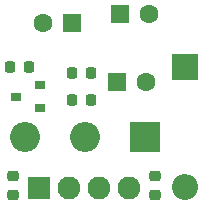
<source format=gts>
%TF.GenerationSoftware,KiCad,Pcbnew,(5.99.0-7340-g1a9878d6d3)*%
%TF.CreationDate,2020-12-04T16:26:35+02:00*%
%TF.ProjectId,borraja,626f7272-616a-4612-9e6b-696361645f70,rev?*%
%TF.SameCoordinates,Original*%
%TF.FileFunction,Soldermask,Top*%
%TF.FilePolarity,Negative*%
%FSLAX46Y46*%
G04 Gerber Fmt 4.6, Leading zero omitted, Abs format (unit mm)*
G04 Created by KiCad (PCBNEW (5.99.0-7340-g1a9878d6d3)) date 2020-12-04 16:26:35*
%MOMM*%
%LPD*%
G01*
G04 APERTURE LIST*
G04 Aperture macros list*
%AMRoundRect*
0 Rectangle with rounded corners*
0 $1 Rounding radius*
0 $2 $3 $4 $5 $6 $7 $8 $9 X,Y pos of 4 corners*
0 Add a 4 corners polygon primitive as box body*
4,1,4,$2,$3,$4,$5,$6,$7,$8,$9,$2,$3,0*
0 Add four circle primitives for the rounded corners*
1,1,$1+$1,$2,$3,0*
1,1,$1+$1,$4,$5,0*
1,1,$1+$1,$6,$7,0*
1,1,$1+$1,$8,$9,0*
0 Add four rect primitives between the rounded corners*
20,1,$1+$1,$2,$3,$4,$5,0*
20,1,$1+$1,$4,$5,$6,$7,0*
20,1,$1+$1,$6,$7,$8,$9,0*
20,1,$1+$1,$8,$9,$2,$3,0*%
G04 Aperture macros list end*
%ADD10O,1.930400X1.930400*%
%ADD11R,1.930400X1.930400*%
%ADD12O,2.540000X2.540000*%
%ADD13R,2.540000X2.540000*%
%ADD14RoundRect,0.218750X0.256250X-0.218750X0.256250X0.218750X-0.256250X0.218750X-0.256250X-0.218750X0*%
%ADD15RoundRect,0.218750X-0.218750X-0.256250X0.218750X-0.256250X0.218750X0.256250X-0.218750X0.256250X0*%
%ADD16R,0.900000X0.800000*%
%ADD17O,2.200000X2.200000*%
%ADD18R,2.200000X2.200000*%
%ADD19C,1.600000*%
%ADD20R,1.600000X1.600000*%
G04 APERTURE END LIST*
D10*
%TO.C,J1*%
X149810000Y-101500000D03*
X147270000Y-101500000D03*
X144730000Y-101500000D03*
D11*
X142190000Y-101500000D03*
%TD*%
D12*
%TO.C,RV1*%
X140948500Y-97183500D03*
X146028500Y-97183500D03*
D13*
X151108500Y-97183500D03*
%TD*%
D14*
%TO.C,R6*%
X140000000Y-100462500D03*
X140000000Y-102037500D03*
%TD*%
%TO.C,R5*%
X152000000Y-100462500D03*
X152000000Y-102037500D03*
%TD*%
D15*
%TO.C,R3*%
X146537500Y-94000000D03*
X144962500Y-94000000D03*
%TD*%
%TO.C,R2*%
X146537500Y-91750000D03*
X144962500Y-91750000D03*
%TD*%
%TO.C,R1*%
X141287500Y-91250000D03*
X139712500Y-91250000D03*
%TD*%
D16*
%TO.C,Q1*%
X140250000Y-93750000D03*
X142250000Y-92800000D03*
X142250000Y-94700000D03*
%TD*%
D17*
%TO.C,D1*%
X154500000Y-101410000D03*
D18*
X154500000Y-91250000D03*
%TD*%
D19*
%TO.C,C3*%
X142500000Y-87500000D03*
D20*
X145000000Y-87500000D03*
%TD*%
D19*
%TO.C,C2*%
X151500000Y-86750000D03*
D20*
X149000000Y-86750000D03*
%TD*%
D19*
%TO.C,C1*%
X151250000Y-92500000D03*
D20*
X148750000Y-92500000D03*
%TD*%
M02*

</source>
